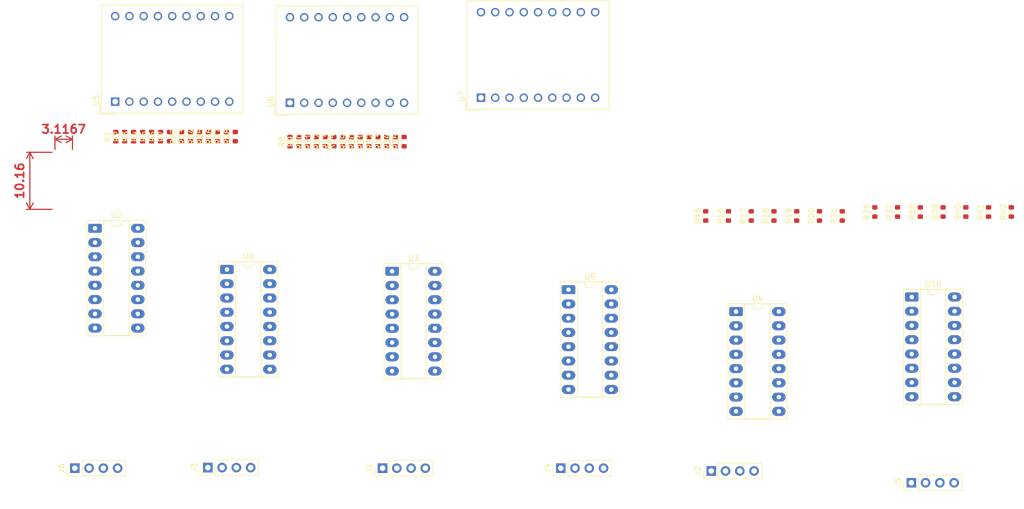
<source format=kicad_pcb>
(kicad_pcb (version 20241229) (generator "pcbnew") (generator_version "9.0")
  (layers (0 "F.Cu" signal) (2 "B.Cu" signal) (13 "F.Paste" user) (15 "B.Paste" user) (5 "F.SilkS" user "F.Silkscreen") (7 "B.SilkS" user "B.Silkscreen") (1 "F.Mask" user) (3 "B.Mask" user) (25 "Edge.Cuts" user))
  (net 0 "")
  (net 1 "Net-(U5-DIG2_F)")
  (net 2 "Net-(U5-DIG2_A)")
  (net 3 "Net-(U5-DIG2_B)")
  (net 4 "Net-(U5-DIG2_E)")
  (net 5 "Net-(U5-DIG1_E)")
  (net 6 "Net-(U5-DIG1_F)")
  (net 7 "Net-(U5-DIG2_D)")
  (net 8 "Net-(U5-DIG1_A)")
  (net 9 "Net-(U5-DIG2_G)")
  (net 10 "Net-(U5-DIG1_D)")
  (net 11 "GND")
  (net 12 "Net-(U5-DIG1_C)")
  (net 14 "Net-(U5-DIG1_B)")
  (net 15 "Net-(U5-DIG1_G)")
  (net 16 "Net-(U5-DIG2_C)")
  (net 18 "Net-(U6-DIG2_D)")
  (net 19 "Net-(U6-DIG2_G)")
  (net 20 "Net-(U6-DIG1_A)")
  (net 21 "Net-(U6-DIG2_C)")
  (net 22 "Net-(U6-DIG2_B)")
  (net 23 "Net-(U6-DIG1_E)")
  (net 24 "Net-(U6-DIG1_B)")
  (net 26 "Net-(U6-DIG2_A)")
  (net 27 "Net-(U6-DIG1_F)")
  (net 28 "Net-(U6-DIG1_G)")
  (net 30 "Net-(U6-DIG1_C)")
  (net 31 "Net-(U6-DIG2_E)")
  (net 32 "Net-(U6-DIG2_F)")
  (net 33 "Net-(U6-DIG1_D)")
  (net 34 "Net-(U7-DIG1_B)")
  (net 35 "Net-(U7-DIG2_G)")
  (net 36 "Net-(U7-DIG1_D)")
  (net 37 "Net-(U7-DIG2_E)")
  (net 38 "Net-(U7-DIG2_A)")
  (net 39 "Net-(U7-DIG2_F)")
  (net 40 "Net-(U7-DIG1_F)")
  (net 41 "Net-(U7-DIG1_E)")
  (net 42 "Net-(U7-DIG1_G)")
  (net 43 "Net-(U7-DIG2_B)")
  (net 44 "Net-(U7-DIG2_D)")
  (net 45 "Net-(U7-DIG1_C)")
  (net 48 "Net-(U7-DIG1_A)")
  (net 49 "Net-(U7-DIG2_C)")
  (net 50 "/7Seg_6Digits/Seven_Segment_View/10M_D3")
  (net 51 "/7Seg_6Digits/Seven_Segment_View/10M_D0")
  (net 52 "/7Seg_6Digits/Seven_Segment_View/10M_D2")
  (net 53 "/7Seg_6Digits/Seven_Segment_View/10M_D1")
  (net 54 "/7Seg_6Digits/Seven_Segment_View/10S_D1")
  (net 55 "/7Seg_6Digits/Seven_Segment_View/10S_D0")
  (net 56 "/7Seg_6Digits/Seven_Segment_View/10S_D2")
  (net 57 "/7Seg_6Digits/Seven_Segment_View/10S_D3")
  (net 58 "/7Seg_6Digits/Seven_Segment_View/1H_D2")
  (net 59 "/7Seg_6Digits/Seven_Segment_View/1H_D0")
  (net 60 "/7Seg_6Digits/Seven_Segment_View/1H_D1")
  (net 61 "/7Seg_6Digits/Seven_Segment_View/1H_D3")
  (net 62 "/7Seg_6Digits/Seven_Segment_View/1M_D0")
  (net 63 "/7Seg_6Digits/Seven_Segment_View/1M_D1")
  (net 64 "/7Seg_6Digits/Seven_Segment_View/1M_D3")
  (net 65 "/7Seg_6Digits/Seven_Segment_View/1M_D2")
  (net 66 "/7Seg_6Digits/Seven_Segment_View/1S_D0")
  (net 67 "/7Seg_6Digits/Seven_Segment_View/1S_D2")
  (net 68 "/7Seg_6Digits/Seven_Segment_View/1S_D3")
  (net 69 "/7Seg_6Digits/Seven_Segment_View/1S_D1")
  (net 70 "/7Seg_6Digits/Seven_Segment_View/10H_D0")
  (net 71 "/7Seg_6Digits/Seven_Segment_View/10H_D1")
  (net 72 "/7Seg_6Digits/Seven_Segment_View/10H_D3")
  (net 73 "/7Seg_6Digits/Seven_Segment_View/10H_D2")
  (net 74 "Net-(U2-Qa)")
  (net 75 "Net-(U2-Qb)")
  (net 76 "Net-(U2-Qc)")
  (net 77 "Net-(U2-Qd)")
  (net 78 "Net-(U2-Qe)")
  (net 79 "Net-(U2-Qf)")
  (net 80 "Net-(U2-Qg)")
  (net 81 "Net-(U3-Qa)")
  (net 82 "Net-(U3-Qb)")
  (net 83 "Net-(U3-Qc)")
  (net 84 "Net-(U3-Qd)")
  (net 85 "Net-(U3-Qe)")
  (net 86 "Net-(U3-Qf)")
  (net 87 "Net-(U3-Qg)")
  (net 88 "Net-(U4-Qa)")
  (net 89 "Net-(U4-Qb)")
  (net 90 "Net-(U4-Qc)")
  (net 91 "Net-(U4-Qd)")
  (net 92 "Net-(U4-Qe)")
  (net 93 "Net-(U4-Qf)")
  (net 94 "Net-(U4-Qg)")
  (net 95 "Net-(U8-Qa)")
  (net 96 "Net-(U8-Qb)")
  (net 97 "Net-(U8-Qc)")
  (net 98 "Net-(U8-Qd)")
  (net 99 "Net-(U8-Qe)")
  (net 100 "Net-(U8-Qf)")
  (net 101 "Net-(U8-Qg)")
  (net 102 "Net-(U9-Qa)")
  (net 103 "Net-(U9-Qb)")
  (net 104 "Net-(U9-Qc)")
  (net 105 "Net-(U9-Qd)")
  (net 106 "Net-(U9-Qe)")
  (net 107 "Net-(U9-Qf)")
  (net 108 "Net-(U9-Qg)")
  (net 109 "Net-(U10-Qa)")
  (net 110 "Net-(U10-Qb)")
  (net 111 "Net-(U10-Qc)")
  (net 112 "Net-(U10-Qd)")
  (net 113 "Net-(U10-Qe)")
  (net 114 "Net-(U10-Qf)")
  (net 115 "Net-(U10-Qg)")
  (net 116 "+5V")
  (footprint "Resistor_SMD:R_0603_1608Metric" (layer "F.Cu") (at 109.694445 60.725 90)
    (property "Reference" "R23" (at 0 -1.43 90) (layer "F.SilkS"))
    (property "Value" "220")
    (pad "1" smd roundrect (at -0.825 0 90) (size 0.8 0.95) (layers "F.Cu" "F.Mask" "F.Paste") (net 96 "Net-(U8-Qb)"))
    (pad "2" smd roundrect (at 0.825 0 90) (size 0.8 0.95) (layers "F.Cu" "F.Mask" "F.Paste") (net 3 "Net-(U5-DIG2_B)"))
  )
  (footprint "Resistor_SMD:R_0603_1608Metric" (layer "F.Cu") (at 99.566667 60.725 90)
    (property "Reference" "R3" (at 0 -1.43 90) (layer "F.SilkS"))
    (property "Value" "220")
    (pad "1" smd roundrect (at -0.825 0 90) (size 0.8 0.95) (layers "F.Cu" "F.Mask" "F.Paste") (net 76 "Net-(U2-Qc)"))
    (pad "2" smd roundrect (at 0.825 0 90) (size 0.8 0.95) (layers "F.Cu" "F.Mask" "F.Paste") (net 12 "Net-(U5-DIG1_C)"))
  )
  (footprint "Resistor_SMD:R_0603_1608Metric" (layer "F.Cu") (at 135.215385 61.625 90)
    (property "Reference" "R13" (at 0 -1.43 90) (layer "F.SilkS"))
    (property "Value" "220")
    (pad "1" smd roundrect (at -0.825 0 90) (size 0.8 0.95) (layers "F.Cu" "F.Mask" "F.Paste") (net 86 "Net-(U3-Qf)"))
    (pad "2" smd roundrect (at 0.825 0 90) (size 0.8 0.95) (layers "F.Cu" "F.Mask" "F.Paste") (net 27 "Net-(U6-DIG1_F)"))
  )
  (footprint "Resistor_SMD:R_0603_1608Metric" (layer "F.Cu") (at 239.6 74.16 90)
    (property "Reference" "R38" (at 0 -1.43 90) (layer "F.SilkS"))
    (property "Value" "220")
    (pad "1" smd roundrect (at -0.825 0 90) (size 0.8 0.95) (layers "F.Cu" "F.Mask" "F.Paste") (net 111 "Net-(U10-Qc)"))
    (pad "2" smd roundrect (at 0.825 0 90) (size 0.8 0.95) (layers "F.Cu" "F.Mask" "F.Paste") (net 49 "Net-(U7-DIG2_C)"))
  )
  (footprint "Resistor_SMD:R_0603_1608Metric" (layer "F.Cu") (at 144.593846 61.625 90)
    (property "Reference" "R33" (at 0 -1.43 90) (layer "F.SilkS"))
    (property "Value" "220")
    (pad "1" smd roundrect (at -0.825 0 90) (size 0.8 0.95) (layers "F.Cu" "F.Mask" "F.Paste") (net 106 "Net-(U9-Qe)"))
    (pad "2" smd roundrect (at 0.825 0 90) (size 0.8 0.95) (layers "F.Cu" "F.Mask" "F.Paste") (net 31 "Net-(U6-DIG2_E)"))
  )
  (footprint "Resistor_SMD:R_0603_1608Metric" (layer "F.Cu") (at 146.156923 61.625 90)
    (property "Reference" "R34" (at 0 -1.43 90) (layer "F.SilkS"))
    (property "Value" "220")
    (pad "1" smd roundrect (at -0.825 0 90) (size 0.8 0.95) (layers "F.Cu" "F.Mask" "F.Paste") (net 107 "Net-(U9-Qf)"))
    (pad "2" smd roundrect (at 0.825 0 90) (size 0.8 0.95) (layers "F.Cu" "F.Mask" "F.Paste") (net 32 "Net-(U6-DIG2_F)"))
  )
  (footprint "Resistor_SMD:R_0603_1608Metric" (layer "F.Cu") (at 255.8 74.16 90)
    (property "Reference" "R42" (at 0 -1.43 90) (layer "F.SilkS"))
    (property "Value" "220")
    (pad "1" smd roundrect (at -0.825 0 90) (size 0.8 0.95) (layers "F.Cu" "F.Mask" "F.Paste") (net 115 "Net-(U10-Qg)"))
    (pad "2" smd roundrect (at 0.825 0 90) (size 0.8 0.95) (layers "F.Cu" "F.Mask" "F.Paste") (net 35 "Net-(U7-DIG2_G)"))
  )
  (footprint "Resistor_SMD:R_0603_1608Metric" (layer "F.Cu") (at 117.666667 60.725 90)
    (property "Reference" "R28" (at 0 -1.43 90) (layer "F.SilkS"))
    (property "Value" "220")
    (pad "1" smd roundrect (at -0.825 0 90) (size 0.8 0.95) (layers "F.Cu" "F.Mask" "F.Paste") (net 101 "Net-(U8-Qg)"))
    (pad "2" smd roundrect (at 0.825 0 90) (size 0.8 0.95) (layers "F.Cu" "F.Mask" "F.Paste") (net 9 "Net-(U5-DIG2_G)"))
  )
  (footprint "Resistor_SMD:R_0603_1608Metric" (layer "F.Cu") (at 213.55 74.86 90)
    (property "Reference" "R18" (at 0 -1.43 90) (layer "F.SilkS"))
    (property "Value" "220")
    (pad "1" smd roundrect (at -0.825 0 90) (size 0.8 0.95) (layers "F.Cu" "F.Mask" "F.Paste") (net 91 "Net-(U4-Qd)"))
    (pad "2" smd roundrect (at 0.825 0 90) (size 0.8 0.95) (layers "F.Cu" "F.Mask" "F.Paste") (net 36 "Net-(U7-DIG1_D)"))
  )
  (footprint "Connector_PinHeader_2.54mm:PinHeader_1x04_P2.54mm_Vertical" (layer "F.Cu") (at 238 122.4 90)
    (property "Reference" "J5" (at 0 -2.38 90) (layer "F.SilkS"))
    (property "Value" "Conn_01x04")
    (pad "1" thru_hole rect (at 0 0 90) (size 1.7 1.7) (drill 1) (layers "*.Cu" "*.Mask") (net 66 "/7Seg_6Digits/Seven_Segment_View/1S_D0"))
    (pad "2" thru_hole circle (at 0 2.54 90) (size 1.7 1.7) (drill 1) (layers "*.Cu" "*.Mask") (net 69 "/7Seg_6Digits/Seven_Segment_View/1S_D1"))
    (pad "3" thru_hole circle (at 0 5.08 90) (size 1.7 1.7) (drill 1) (layers "*.Cu" "*.Mask") (net 67 "/7Seg_6Digits/Seven_Segment_View/1S_D2"))
    (pad "4" thru_hole circle (at 0 7.62 90) (size 1.7 1.7) (drill 1) (layers "*.Cu" "*.Mask") (net 68 "/7Seg_6Digits/Seven_Segment_View/1S_D3"))
  )
  (footprint "Resistor_SMD:R_0603_1608Metric" (layer "F.Cu") (at 141.467692 61.625 90)
    (property "Reference" "R31" (at 0 -1.43 90) (layer "F.SilkS"))
    (property "Value" "220")
    (pad "1" smd roundrect (at -0.825 0 90) (size 0.8 0.95) (layers "F.Cu" "F.Mask" "F.Paste") (net 104 "Net-(U9-Qc)"))
    (pad "2" smd roundrect (at 0.825 0 90) (size 0.8 0.95) (layers "F.Cu" "F.Mask" "F.Paste") (net 21 "Net-(U6-DIG2_C)"))
  )
  (footprint "Resistor_SMD:R_0603_1608Metric" (layer "F.Cu") (at 138.341538 61.625 90)
    (property "Reference" "R29" (at 0 -1.43 90) (layer "F.SilkS"))
    (property "Value" "220")
    (pad "1" smd roundrect (at -0.825 0 90) (size 0.8 0.95) (layers "F.Cu" "F.Mask" "F.Paste") (net 102 "Net-(U9-Qa)"))
    (pad "2" smd roundrect (at 0.825 0 90) (size 0.8 0.95) (layers "F.Cu" "F.Mask" "F.Paste") (net 26 "Net-(U6-DIG2_A)"))
  )
  (footprint "Resistor_SMD:R_0603_1608Metric" (layer "F.Cu") (at 139.904615 61.625 90)
    (property "Reference" "R30" (at 0 -1.43 90) (layer "F.SilkS"))
    (property "Value" "220")
    (pad "1" smd roundrect (at -0.825 0 90) (size 0.8 0.95) (layers "F.Cu" "F.Mask" "F.Paste") (net 103 "Net-(U9-Qb)"))
    (pad "2" smd roundrect (at 0.825 0 90) (size 0.8 0.95) (layers "F.Cu" "F.Mask" "F.Paste") (net 22 "Net-(U6-DIG2_B)"))
  )
  (footprint "Resistor_SMD:R_0603_1608Metric" (layer "F.Cu") (at 209.5 74.86 90)
    (property "Reference" "R17" (at 0 -1.43 90) (layer "F.SilkS"))
    (property "Value" "220")
    (pad "1" smd roundrect (at -0.825 0 90) (size 0.8 0.95) (layers "F.Cu" "F.Mask" "F.Paste") (net 90 "Net-(U4-Qc)"))
    (pad "2" smd roundrect (at 0.825 0 90) (size 0.8 0.95) (layers "F.Cu" "F.Mask" "F.Paste") (net 45 "Net-(U7-DIG1_C)"))
  )
  (footprint "Connector_PinHeader_2.54mm:PinHeader_1x04_P2.54mm_Vertical" (layer "F.Cu") (at 89.1 119.8 90)
    (property "Reference" "J6" (at 0 -2.38 90) (layer "F.SilkS"))
    (property "Value" "Conn_01x04")
    (pad "1" thru_hole rect (at 0 0 90) (size 1.7 1.7) (drill 1) (layers "*.Cu" "*.Mask") (net 70 "/7Seg_6Digits/Seven_Segment_View/10H_D0"))
    (pad "2" thru_hole circle (at 0 2.54 90) (size 1.7 1.7) (drill 1) (layers "*.Cu" "*.Mask") (net 71 "/7Seg_6Digits/Seven_Segment_View/10H_D1"))
    (pad "3" thru_hole circle (at 0 5.08 90) (size 1.7 1.7) (drill 1) (layers "*.Cu" "*.Mask") (net 73 "/7Seg_6Digits/Seven_Segment_View/10H_D2"))
    (pad "4" thru_hole circle (at 0 7.62 90) (size 1.7 1.7) (drill 1) (layers "*.Cu" "*.Mask") (net 72 "/7Seg_6Digits/Seven_Segment_View/10H_D3"))
  )
  (footprint "Resistor_SMD:R_0603_1608Metric" (layer "F.Cu") (at 96.4 60.725 90)
    (property "Reference" "R1" (at 0 -1.43 90) (layer "F.SilkS"))
    (property "Value" "220")
    (pad "1" smd roundrect (at -0.825 0 90) (size 0.8 0.95) (layers "F.Cu" "F.Mask" "F.Paste") (net 74 "Net-(U2-Qa)"))
    (pad "2" smd roundrect (at 0.825 0 90) (size 0.8 0.95) (layers "F.Cu" "F.Mask" "F.Paste") (net 8 "Net-(U5-DIG1_A)"))
  )
  (footprint "Resistor_SMD:R_0603_1608Metric" (layer "F.Cu") (at 102.766667 60.725 90)
    (property "Reference" "R5" (at 0 -1.43 90) (layer "F.SilkS"))
    (property "Value" "220")
    (pad "1" smd roundrect (at -0.825 0 90) (size 0.8 0.95) (layers "F.Cu" "F.Mask" "F.Paste") (net 78 "Net-(U2-Qe)"))
    (pad "2" smd roundrect (at 0.825 0 90) (size 0.8 0.95) (layers "F.Cu" "F.Mask" "F.Paste") (net 5 "Net-(U5-DIG1_E)"))
  )
  (footprint "Resistor_SMD:R_0603_1608Metric" (layer "F.Cu") (at 133.652308 61.625 90)
    (property "Reference" "R12" (at 0 -1.43 90) (layer "F.SilkS"))
    (property "Value" "220")
    (pad "1" smd roundrect (at -0.825 0 90) (size 0.8 0.95) (layers "F.Cu" "F.Mask" "F.Paste") (net 85 "Net-(U3-Qe)"))
    (pad "2" smd roundrect (at 0.825 0 90) (size 0.8 0.95) (layers "F.Cu" "F.Mask" "F.Paste") (net 23 "Net-(U6-DIG1_E)"))
  )
  (footprint "Resistor_SMD:R_0603_1608Metric" (layer "F.Cu") (at 101.166667 60.725 90)
    (property "Reference" "R4" (at 0 -1.43 90) (layer "F.SilkS"))
    (property "Value" "220")
    (pad "1" smd roundrect (at -0.825 0 90) (size 0.8 0.95) (layers "F.Cu" "F.Mask" "F.Paste") (net 77 "Net-(U2-Qd)"))
    (pad "2" smd roundrect (at 0.825 0 90) (size 0.8 0.95) (layers "F.Cu" "F.Mask" "F.Paste") (net 10 "Net-(U5-DIG1_D)"))
  )
  (footprint "Resistor_SMD:R_0603_1608Metric" (layer "F.Cu") (at 235.55 74.16 90)
    (property "Reference" "R37" (at 0 -1.43 90) (layer "F.SilkS"))
    (property "Value" "220")
    (pad "1" smd roundrect (at -0.825 0 90) (size 0.8 0.95) (layers "F.Cu" "F.Mask" "F.Paste") (net 110 "Net-(U10-Qb)"))
    (pad "2" smd roundrect (at 0.825 0 90) (size 0.8 0.95) (layers "F.Cu" "F.Mask" "F.Paste") (net 43 "Net-(U7-DIG2_B)"))
  )
  (footprint "Resistor_SMD:R_0603_1608Metric" (layer "F.Cu") (at 147.72 61.625 90)
    (property "Reference" "R35" (at 0 -1.43 90) (layer "F.SilkS"))
    (property "Value" "220")
    (pad "1" smd roundrect (at -0.825 0 90) (size 0.8 0.95) (layers "F.Cu" "F.Mask" "F.Paste") (net 108 "Net-(U9-Qg)"))
    (pad "2" smd roundrect (at 0.825 0 90) (size 0.8 0.95) (layers "F.Cu" "F.Mask" "F.Paste") (net 19 "Net-(U6-DIG2_G)"))
  )
  (footprint "Package_DIP:DIP-16_W7.62mm_Socket_LongPads" (layer "F.Cu") (at 92.7 77.06)
    (property "Reference" "U2" (at 3.81 -2.33 0) (layer "F.SilkS"))
    (property "Value" "4543")
    (pad "1" thru_hole roundrect (at 0 0) (size 2.4 1.6) (drill 0.8) (layers "*.Cu" "*.Mask") (roundrect_rratio 0.15625) (net 116 "+5V"))
    (pad "2" thru_hole oval (at 0 2.54) (size 2.4 1.6) (drill 0.8) (layers "*.Cu" "*.Mask") (net 73 "/7Seg_6Digits/Seven_Segment_View/10H_D2"))
    (pad "3" thru_hole oval (at 0 5.08) (size 2.4 1.6) (drill 0.8) (layers "*.Cu" "*.Mask") (net 71 "/7Seg_6Digits/Seven_Segment_View/10H_D1"))
    (pad "4" thru_hole oval (at 0 7.62) (size 2.4 1.6) (drill 0.8) (layers "*.Cu" "*.Mask") (net 72 "/7Seg_6Digits/Seven_Segment_View/10H_D3"))
    (pad "5" thru_hole oval (at 0 10.16) (size 2.4 1.6) (drill 0.8) (layers "*.Cu" "*.Mask") (net 70 "/7Seg_6Digits/Seven_Segment_View/10H_D0"))
    (pad "6" thru_hole oval (at 0 12.7) (size 2.4 1.6) (drill 0.8) (layers "*.Cu" "*.Mask") (net 11 "GND"))
    (pad "7" thru_hole oval (at 0 15.24) (size 2.4 1.6) (drill 0.8) (layers "*.Cu" "*.Mask") (net 11 "GND"))
    (pad "8" thru_hole oval (at 0 17.78) (size 2.4 1.6) (drill 0.8) (layers "*.Cu" "*.Mask") (net 11 "GND"))
    (pad "9" thru_hole oval (at 7.62 17.78) (size 2.4 1.6) (drill 0.8) (layers "*.Cu" "*.Mask") (net 74 "Net-(U2-Qa)"))
    (pad "10" thru_hole oval (at 7.62 15.24) (size 2.4 1.6) (drill 0.8) (layers "*.Cu" "*.Mask") (net 75 "Net-(U2-Qb)"))
    (pad "11" thru_hole oval (at 7.62 12.7) (size 2.4 1.6) (drill 0.8) (layers "*.Cu" "*.Mask") (net 76 "Net-(U2-Qc)"))
    (pad "12" thru_hole oval (at 7.62 10.16) (size 2.4 1.6) (drill 0.8) (layers "*.Cu" "*.Mask") (net 77 "Net-(U2-Qd)"))
    (pad "13" thru_hole oval (at 7.62 7.62) (size 2.4 1.6) (drill 0.8) (layers "*.Cu" "*.Mask") (net 78 "Net-(U2-Qe)"))
    (pad "14" thru_hole oval (at 7.62 5.08) (size 2.4 1.6) (drill 0.8) (layers "*.Cu" "*.Mask") (net 80 "Net-(U2-Qg)"))
    (pad "15" thru_hole oval (at 7.62 2.54) (size 2.4 1.6) (drill 0.8) (layers "*.Cu" "*.Mask") (net 79 "Net-(U2-Qf)"))
    (pad "16" thru_hole oval (at 7.62 0) (size 2.4 1.6) (drill 0.8) (layers "*.Cu" "*.Mask") (net 116 "+5V"))
  )
  (footprint "Resistor_SMD:R_0603_1608Metric" (layer "F.Cu") (at 104.366667 60.725 90)
    (property "Reference" "R6" (at 0 -1.43 90) (layer "F.SilkS"))
    (property "Value" "220")
    (pad "1" smd roundrect (at -0.825 0 90) (size 0.8 0.95) (layers "F.Cu" "F.Mask" "F.Paste") (net 79 "Net-(U2-Qf)"))
    (pad "2" smd roundrect (at 0.825 0 90) (size 0.8 0.95) (layers "F.Cu" "F.Mask" "F.Paste") (net 6 "Net-(U5-DIG1_F)"))
  )
  (footprint "Resistor_SMD:R_0603_1608Metric" (layer "F.Cu") (at 225.7 74.86 90)
    (property "Reference" "R21" (at 0 -1.43 90) (layer "F.SilkS"))
    (property "Value" "220")
    (pad "1" smd roundrect (at -0.825 0 90) (size 0.8 0.95) (layers "F.Cu" "F.Mask" "F.Paste") (net 94 "Net-(U4-Qg)"))
    (pad "2" smd roundrect (at 0.825 0 90) (size 0.8 0.95) (layers "F.Cu" "F.Mask" "F.Paste") (net 42 "Net-(U7-DIG1_G)"))
  )
  (footprint "Resistor_SMD:R_0603_1608Metric" (layer "F.Cu") (at 108.1 60.725 90)
    (property "Reference" "R22" (at 0 -1.43 90) (layer "F.SilkS"))
    (property "Value" "220")
    (pad "1" smd roundrect (at -0.825 0 90) (size 0.8 0.95) (layers "F.Cu" "F.Mask" "F.Paste") (net 95 "Net-(U8-Qa)"))
    (pad "2" smd roundrect (at 0.825 0 90) (size 0.8 0.95) (layers "F.Cu" "F.Mask" "F.Paste") (net 2 "Net-(U5-DIG2_A)"))
  )
  (footprint "Display_7Segment:DA56-11CGKWA" (layer "F.Cu") (at 127.4 54.7 90)
    (property "Reference" "U6" (at 0.24 -3.41 90) (layer "F.SilkS"))
    (property "Value" "DA56-11SURKWA")
    (pad "1" thru_hole rect (at 0 0 90) (size 1.5 1.5) (drill 1) (layers "*.Cu" "*.Mask") (net 23 "Net-(U6-DIG1_E)"))
    (pad "2" thru_hole circle (at 0 2.54 90) (size 1.5 1.5) (drill 1) (layers "*.Cu" "*.Mask") (net 33 "Net-(U6-DIG1_D)"))
    (pad "3" thru_hole circle (at 0 5.08 90) (size 1.5 1.5) (drill 1) (layers "*.Cu" "*.Mask") (net 30 "Net-(U6-DIG1_C)"))
    (pad "4" thru_hole circle (at 0 7.62 90) (size 1.5 1.5) (drill 1) (layers "*.Cu" "*.Mask"))
    (pad "5" thru_hole circle (at 0 10.16 90) (size 1.5 1.5) (drill 1) (layers "*.Cu" "*.Mask") (net 31 "Net-(U6-DIG2_E)"))
    (pad "6" thru_hole circle (at 0 12.7 90) (size 1.5 1.5) (drill 1) (layers "*.Cu" "*.Mask") (net 18 "Net-(U6-DIG2_D)"))
    (pad "7" thru_hole circle (at 0 15.24 90) (size 1.5 1.5) (drill 1) (layers "*.Cu" "*.Mask") (net 19 "Net-(U6-DIG2_G)"))
    (pad "8" thru_hole circle (at 0 17.78 90) (size 1.5 1.5) (drill 1) (layers "*.Cu" "*.Mask") (net 21 "Net-(U6-DIG2_C)"))
    (pad "9" thru_hole circle (at 0 20.32 90) (size 1.5 1.5) (drill 1) (layers "*.Cu" "*.Mask"))
    (pad "10" thru_hole circle (at 15.24 20.32 90) (size 1.5 1.5) (drill 1) (layers "*.Cu" "*.Mask") (net 22 "Net-(U6-DIG2_B)"))
    (pad "11" thru_hole circle (at 15.24 17.78 90) (size 1.5 1.5) (drill 1) (layers "*.Cu" "*.Mask") (net 26 "Net-(U6-DIG2_A)"))
    (pad "12" thru_hole circle (at 15.24 15.24 90) (size 1.5 1.5) (drill 1) (layers "*.Cu" "*.Mask") (net 32 "Net-(U6-DIG2_F)"))
    (pad "13" thru_hole circle (at 15.24 12.7 90) (size 1.5 1.5) (drill 1) (layers "*.Cu" "*.Mask") (net 11 "GND"))
    (pad "14" thru_hole circle (at 15.24 10.16 90) (size 1.5 1.5) (drill 1) (layers "*.Cu" "*.Mask") (net 11 "GND"))
    (pad "15" thru_hole circle (at 15.24 7.62 90) (size 1.5 1.5) (drill 1) (layers "*.Cu" "*.Mask") (net 24 "Net-(U6-DIG1_B)"))
    (pad "16" thru_hole circle (at 15.24 5.08 90) (size 1.5 1.5) (drill 1) (layers "*.Cu" "*.Mask") (net 20 "Net-(U6-DIG1_A)"))
    (pad "17" thru_hole circle (at 15.24 2.54 90) (size 1.5 1.5) (drill 1) (layers "*.Cu" "*.Mask") (net 28 "Net-(U6-DIG1_G)"))
    (pad "18" thru_hole circle (at 15.24 0 90) (size 1.5 1.5) (drill 1) (layers "*.Cu" "*.Mask") (net 27 "Net-(U6-DIG1_F)"))
  )
  (footprint "Display_7Segment:DA56-11CGKWA" (layer "F.Cu") (at 96.28 54.5 90)
    (property "Reference" "U5" (at 0.24 -3.41 90) (layer "F.SilkS"))
    (property "Value" "DA56-11SURKWA")
    (pad "1" thru_hole rect (at 0 0 90) (size 1.5 1.5) (drill 1) (layers "*.Cu" "*.Mask") (net 5 "Net-(U5-DIG1_E)"))
    (pad "2" thru_hole circle (at 0 2.54 90) (size 1.5 1.5) (drill 1) (layers "*.Cu" "*.Mask") (net 10 "Net-(U5-DIG1_D)"))
    (pad "3" thru_hole circle (at 0 5.08 90) (size 1.5 1.5) (drill 1) (layers "*.Cu" "*.Mask") (net 12 "Net-(U5-DIG1_C)"))
    (pad "4" thru_hole circle (at 0 7.62 90) (size 1.5 1.5) (drill 1) (layers "*.Cu" "*.Mask"))
    (pad "5" thru_hole circle (at 0 10.16 90) (size 1.5 1.5) (drill 1) (layers "*.Cu" "*.Mask") (net 4 "Net-(U5-DIG2_E)"))
    (pad "6" thru_hole circle (at 0 12.7 90) (size 1.5 1.5) (drill 1) (layers "*.Cu" "*.Mask") (net 7 "Net-(U5-DIG2_D)"))
    (pad "7" thru_hole circle (at 0 15.24 90) (size 1.5 1.5) (drill 1) (layers "*.Cu" "*.Mask") (net 9 "Net-(U5-DIG2_G)"))
    (pad "8" thru_hole circle (at 0 17.78 90) (size 1.5 1.5) (drill 1) (layers "*.Cu" "*.Mask") (net 16 "Net-(U5-DIG2_C)"))
    (pad "9" thru_hole circle (at 0 20.32 90) (size 1.5 1.5) (drill 1) (layers "*.Cu" "*.Mask"))
    (pad "10" thru_hole circle (at 15.24 20.32 90) (size 1.5 1.5) (drill 1) (layers "*.Cu" "*.Mask") (net 3 "Net-(U5-DIG2_B)"))
    (pad "11" thru_hole circle (at 15.24 17.78 90) (size 1.5 1.5) (drill 1) (layers "*.Cu" "*.Mask") (net 2 "Net-(U5-DIG2_A)"))
    (pad "12" thru_hole circle (at 15.24 15.24 90) (size 1.5 1.5) (drill 1) (layers "*.Cu" "*.Mask") (net 1 "Net-(U5-DIG2_F)"))
    (pad "13" thru_hole circle (at 15.24 12.7 90) (size 1.5 1.5) (drill 1) (layers "*.Cu" "*.Mask") (net 11 "GND"))
    (pad "14" thru_hole circle (at 15.24 10.16 90) (size 1.5 1.5) (drill 1) (layers "*.Cu" "*.Mask") (net 11 "GND"))
    (pad "15" thru_hole circle (at 15.24 7.62 90) (size 1.5 1.5) (drill 1) (layers "*.Cu" "*.Mask") (net 14 "Net-(U5-DIG1_B)"))
    (pad "16" thru_hole circle (at 15.24 5.08 90) (size 1.5 1.5) (drill 1) (layers "*.Cu" "*.Mask") (net 8 "Net-(U5-DIG1_A)"))
    (pad "17" thru_hole circle (at 15.24 2.54 90) (size 1.5 1.5) (drill 1) (layers "*.Cu" "*.Mask") (net 15 "Net-(U5-DIG1_G)"))
    (pad "18" thru_hole circle (at 15.24 0 90) (size 1.5 1.5) (drill 1) (layers "*.Cu" "*.Mask") (net 6 "Net-(U5-DIG1_F)"))
  )
  (footprint "Resistor_SMD:R_0603_1608Metric" (layer "F.Cu") (at 105.966667 60.725 90)
    (property "Reference" "R7" (at 0 -1.43 90) (layer "F.SilkS"))
    (property "Value" "220")
    (pad "1" smd roundrect (at -0.825 0 90) (size 0.8 0.95) (layers "F.Cu" "F.Mask" "F.Paste") (net 80 "Net-(U2-Qg)"))
    (pad "2" smd roundrect (at 0.825 0 90) (size 0.8 0.95) (layers "F.Cu" "F.Mask" "F.Paste") (net 15 "Net-(U5-DIG1_G)"))
  )
  (footprint "Connector_PinHeader_2.54mm:PinHeader_1x04_P2.54mm_Vertical" (layer "F.Cu") (at 112.78 119.7 90)
    (property "Reference" "J3" (at 0 -2.38 90) (layer "F.SilkS"))
    (property "Value" "Conn_01x04")
    (pad "1" thru_hole rect (at 0 0 90) (size 1.7 1.7) (drill 1) (layers "*.Cu" "*.Mask") (net 59 "/7Seg_6Digits/Seven_Segment_View/1H_D0"))
    (pad "2" thru_hole circle (at 0 2.54 90) (size 1.7 1.7) (drill 1) (layers "*.Cu" "*.Mask") (net 60 "/7Seg_6Digits/Seven_Segment_View/1H_D1"))
    (pad "3" thru_hole circle (at 0 5.08 90) (size 1.7 1.7) (drill 1) (layers "*.Cu" "*.Mask") (net 58 "/7Seg_6Digits/Seven_Segment_View/1H_D2"))
    (pad "4" thru_hole circle (at 0 7.62 90) (size 1.7 1.7) (drill 1) (layers "*.Cu" "*.Mask") (net 61 "/7Seg_6Digits/Seven_Segment_View/1H_D3"))
  )
  (footprint "Resistor_SMD:R_0603_1608Metric" (layer "F.Cu") (at 201.4 74.86 90)
    (property "Reference" "R15" (at 0 -1.43 90) (layer "F.SilkS"))
    (property "Value" "220")
    (pad "1" smd roundrect (at -0.825 0 90) (size 0.8 0.95) (layers "F.Cu" "F.Mask" "F.Paste") (net 88 "Net-(U4-Qa)"))
    (pad "2" smd roundrect (at 0.825 0 90) (size 0.8 0.95) (layers "F.Cu" "F.Mask" "F.Paste") (net 48 "Net-(U7-DIG1_A)"))
  )
  (footprint "Resistor_SMD:R_0603_1608Metric" (layer "F.Cu") (at 112.883334 60.725 90)
    (property "Reference" "R25" (at 0 -1.43 90) (layer "F.SilkS"))
    (property "Value" "220")
    (pad "1" smd roundrect (at -0.825 0 90) (size 0.8 0.95) (layers "F.Cu" "F.Mask" "F.Paste") (net 98 "Net-(U8-Qd)"))
    (pad "2" smd roundrect (at 0.825 0 90) (size 0.8 0.95) (layers "F.Cu" "F.Mask" "F.Paste") (net 7 "Net-(U5-DIG2_D)"))
  )
  (footprint "Resistor_SMD:R_0603_1608Metric" (layer "F.Cu") (at 111.288889 60.725 90)
    (property "Reference" "R24" (at 0 -1.43 90) (layer "F.SilkS"))
    (property "Value" "220")
    (pad "1" smd roundrect (at -0.825 0 90) (size 0.8 0.95) (layers "F.Cu" "F.Mask" "F.Paste") (net 97 "Net-(U8-Qc)"))
    (pad "2" smd roundrect (at 0.825 0 90) (size 0.8 0.95) (layers "F.Cu" "F.Mask" "F.Paste") (net 16 "Net-(U5-DIG2_C)"))
  )
  (footprint "Resistor_SMD:R_0603_1608Metric" (layer "F.Cu") (at 97.966667 60.725 90)
    (property "Reference" "R2" (at 0 -1.43 90) (layer "F.SilkS"))
    (property "Value" "220")
    (pad "1" smd roundrect (at -0.825 0 90) (size 0.8 0.95) (layers "F.Cu" "F.Mask" "F.Paste") (net 75 "Net-(U2-Qb)"))
    (pad "2" smd roundrect (at 0.825 0 90) (size 0.8 0.95) (layers "F.Cu" "F.Mask" "F.Paste") (net 14 "Net-(U5-DIG1_B)"))
  )
  (footprint "Package_DIP:DIP-16_W7.62mm_Socket_LongPads" (layer "F.Cu") (at 238.08 89.3)
    (property "Reference" "U10" (at 3.81 -2.33 0) (layer "F.SilkS"))
    (property "Value" "4543")
    (pad "1" thru_hole roundrect (at 0 0) (size 2.4 1.6) (drill 0.8) (layers "*.Cu" "*.Mask") (roundrect_rratio 0.15625) (net 116 "+5V"))
    (pad "2" thru_hole oval (at 0 2.54) (size 2.4 1.6) (drill 0.8) (layers "*.Cu" "*.Mask") (net 67 "/7Seg_6Digits/Seven_Segment_View/1S_D2"))
    (pad "3" thru_hole oval (at 0 5.08) (size 2.4 1.6) (drill 0.8) (layers "*.Cu" "*.Mask") (net 69 "/7Seg_6Digits/Seven_Segment_View/1S_D1"))
    (pad "4" thru_hole oval (at 0 7.62) (size 2.4 1.6) (drill 0.8) (layers "*.Cu" "*.Mask") (net 68 "/7Seg_6Digits/Seven_Segment_View/1S_D3"))
    (pad "5" thru_hole oval (at 0 10.16) (size 2.4 1.6) (drill 0.8) (layers "*.Cu" "*.Mask") (net 66 "/7Seg_6Digits/Seven_Segment_View/1S_D0"))
    (pad "6" thru_hole oval (at 0 12.7) (size 2.4 1.6) (drill 0.8) (layers "*.Cu" "*.Mask") (net 11 "GND"))
    (pad "7" thru_hole oval (at 0 15.24) (size 2.4 1.6) (drill 0.8) (layers "*.Cu" "*.Mask") (net 11 "GND"))
    (pad "8" thru_hole oval (at 0 17.78) (size 2.4 1.6) (drill 0.8) (layers "*.Cu" "*.Mask") (net 11 "GND"))
    (pad "9" thru_hole oval (at 7.62 17.78) (size 2.4 1.6) (drill 0.8) (layers "*.Cu" "*.Mask") (net 109 "Net-(U10-Qa)"))
    (pad "10" thru_hole oval (at 7.62 15.24) (size 2.4 1.6) (drill 0.8) (layers "*.Cu" "*.Mask") (net 110 "Net-(U10-Qb)"))
    (pad "11" thru_hole oval (at 7.62 12.7) (size 2.4 1.6) (drill 0.8) (layers "*.Cu" "*.Mask") (net 111 "Net-(U10-Qc)"))
    (pad "12" thru_hole oval (at 7.62 10.16) (size 2.4 1.6) (drill 0.8) (layers "*.Cu" "*.Mask") (net 112 "Net-(U10-Qd)"))
    (pad "13" thru_hole oval (at 7.62 7.62) (size 2.4 1.6) (drill 0.8) (layers "*.Cu" "*.Mask") (net 113 "Net-(U10-Qe)"))
    (pad "14" thru_hole oval (at 7.62 5.08) (size 2.4 1.6) (drill 0.8) (layers "*.Cu" "*.Mask") (net 115 "Net-(U10-Qg)"))
    (pad "15" thru_hole oval (at 7.62 2.54) (size 2.4 1.6) (drill 0.8) (layers "*.Cu" "*.Mask") (net 114 "Net-(U10-Qf)"))
    (pad "16" thru_hole oval (at 7.62 0) (size 2.4 1.6) (drill 0.8) (layers "*.Cu" "*.Mask") (net 116 "+5V"))
  )
  (footprint "Resistor_SMD:R_0603_1608Metric" (layer "F.Cu") (at 114.477778 60.725 90)
    (property "Reference" "R26" (at 0 -1.43 90) (layer "F.SilkS"))
    (property "Value" "220")
    (pad "1" smd roundrect (at -0.825 0 90) (size 0.8 0.95) (layers "F.Cu" "F.Mask" "F.Paste") (net 99 "Net-(U8-Qe)"))
    (pad "2" smd roundrect (at 0.825 0 90) (size 0.8 0.95) (layers "F.Cu" "F.Mask" "F.Paste") (net 4 "Net-(U5-DIG2_E)"))
  )
  (footprint "Resistor_SMD:R_0603_1608Metric" (layer "F.Cu") (at 136.778462 61.625 90)
    (property "Reference" "R14" (at 0 -1.955 90) (layer "F.SilkS"))
    (property "Value" "220")
    (pad "1" smd roundrect (at -0.825 0 90) (size 0.8 0.95) (layers "F.Cu" "F.Mask" "F.Paste") (net 87 "Net-(U3-Qg)"))
    (pad "2" smd roundrect (at 0.825 0 90) (size 0.8 0.95) (layers "F.Cu" "F.Mask" "F.Paste") (net 28 "Net-(U6-DIG1_G)"))
  )
  (footprint "Connector_PinHeader_2.54mm:PinHeader_1x04_P2.54mm_Vertical" (layer "F.Cu") (at 175.6 119.8 90)
    (property "Reference" "J4" (at 0 -2.38 90) (layer "F.SilkS"))
    (property "Value" "Conn_01x04")
    (pad "1" thru_hole rect (at 0 0 90) (size 1.7 1.7) (drill 1) (layers "*.Cu" "*.Mask") (net 62 "/7Seg_6Digits/Seven_Segment_View/1M_D0"))
    (pad "2" thru_hole circle (at 0 2.54 90) (size 1.7 1.7) (drill 1) (layers "*.Cu" "*.Mask") (net 63 "/7Seg_6Digits/Seven_Segment_View/1M_D1"))
    (pad "3" thru_hole circle (at 0 5.08 90) (size 1.7 1.7) (drill 1) (layers "*.Cu" "*.Mask") (net 65 "/7Seg_6Digits/Seven_Segment_View/1M_D2"))
    (pad "4" thru_hole circle (at 0 7.62 90) (size 1.7 1.7) (drill 1) (layers "*.Cu" "*.Mask") (net 64 "/7Seg_6Digits/Seven_Segment_View/1M_D3"))
  )
  (footprint "Package_DIP:DIP-16_W7.62mm_Socket_LongPads" (layer "F.Cu") (at 145.58 84.72)
    (property "Reference" "U3" (at 3.81 -2.33 0) (layer "F.SilkS"))
    (property "Value" "4543")
    (pad "1" thru_hole roundrect (at 0 0) (size 2.4 1.6) (drill 0.8) (layers "*.Cu" "*.Mask") (roundrect_rratio 0.15625) (net 116 "+5V"))
    (pad "2" thru_hole oval (at 0 2.54) (size 2.4 1.6) (drill 0.8) (layers "*.Cu" "*.Mask") (net 52 "/7Seg_6Digits/Seven_Segment_View/10M_D2"))
    (pad "3" thru_hole oval (at 0 5.08) (size 2.4 1.6) (drill 0.8) (layers "*.Cu" "*.Mask") (net 53 "/7Seg_6Digits/Seven_Segment_View/10M_D1"))
    (pad "4" thru_hole oval (at 0 7.62) (size 2.4 1.6) (drill 0.8) (layers "*.Cu" "*.Mask") (net 50 "/7Seg_6Digits/Seven_Segment_View/10M_D3"))
    (pad "5" thru_hole oval (at 0 10.16) (size 2.4 1.6) (drill 0.8) (layers "*.Cu" "*.Mask") (net 51 "/7Seg_6Digits/Seven_Segment_View/10M_D0"))
    (pad "6" thru_hole oval (at 0 12.7) (size 2.4 1.6) (drill 0.8) (layers "*.Cu" "*.Mask") (net 11 "GND"))
    (pad "7" thru_hole oval (at 0 15.24) (size 2.4 1.6) (drill 0.8) (layers "*.Cu" "*.Mask") (net 11 "GND"))
    (pad "8" thru_hole oval (at 0 17.78) (size 2.4 1.6) (drill 0.8) (layers "*.Cu" "*.Mask") (net 11 "GND"))
    (pad "9" thru_hole oval (at 7.62 17.78) (size 2.4 1.6) (drill 0.8) (layers "*.Cu" "*.Mask") (net 81 "Net-(U3-Qa)"))
    (pad "10" thru_hole oval (at 7.62 15.24) (size 2.4 1.6) (drill 0.8) (layers "*.Cu" "*.Mask") (net 82 "Net-(U3-Qb)"))
    (pad "11" thru_hole oval (at 7.62 12.7) (size 2.4 1.6) (drill 0.8) (layers "*.Cu" "*.Mask") (net 83 "Net-(U3-Qc)"))
    (pad "12" thru_hole oval (at 7.62 10.16) (size 2.4 1.6) (drill 0.8) (layers "*.Cu" "*.Mask") (net 84 "Net-(U3-Qd)"))
    (pad "13" thru_hole oval (at 7.62 7.62) (size 2.4 1.6) (drill 0.8) (layers "*.Cu" "*.Mask") (net 85 "Net-(U3-Qe)"))
    (pad "14" thru_hole oval (at 7.62 5.08) (size 2.4 1.6) (drill 0.8) (layers "*.Cu" "*.Mask") (net 87 "Net-(U3-Qg)"))
    (pad "15" thru_hole oval (at 7.62 2.54) (size 2.4 1.6) (drill 0.8) (layers "*.Cu" "*.Mask") (net 86 "Net-(U3-Qf)"))
    (pad "16" thru_hole oval (at 7.62 0) (size 2.4 1.6) (drill 0.8) (layers "*.Cu" "*.Mask") (net 116 "+5V"))
  )
  (footprint "Resistor_SMD:R_0603_1608Metric" (layer "F.Cu") (at 127.4 61.625 90)
    (property "Reference" "R8" (at 0 -1.43 90) (layer "F.SilkS"))
    (property "Value" "220")
    (pad "1" smd roundrect (at -0.825 0 90) (size 0.8 0.95) (layers "F.Cu" "F.Mask" "F.Paste") (net 81 "Net-(U3-Qa)"))
    (pad "2" smd roundrect (at 0.825 0 90) (size 0.8 0.95) (layers "F.Cu" "F.Mask" "F.Paste") (net 20 "Net-(U6-DIG1_A)"))
  )
  (footprint "Resistor_SMD:R_0603_1608Metric" (layer "F.Cu") (at 143.030769 61.625 90)
    (property "Reference" "R32" (at 0 -1.43 90) (layer "F.SilkS"))
    (property "Value" "220")
    (pad "1" smd roundrect (at -0.825 0 90) (size 0.8 0.95) (layers "F.Cu" "F.Mask" "F.Paste") (net 105 "Net-(U9-Qd)"))
    (pad "2" smd roundrect (at 0.825 0 90) (size 0.8 0.95) (layers "F.Cu" "F.Mask" "F.Paste") (net 18 "Net-(U6-DIG2_D)"))
  )
  (footprint "Resistor_SMD:R_0603_1608Metric" (layer "F.Cu") (at 217.6 74.86 90)
    (property "Reference" "R19" (at 0 -1.43 90) (layer "F.SilkS"))
    (property "Value" "220")
    (pad "1" smd roundrect (at -0.825 0 90) (size 0.8 0.95) (layers "F.Cu" "F.Mask" "F.Paste") (net 92 "Net-(U4-Qe)"))
    (pad "2" smd roundrect (at 0.825 0 90) (size 0.8 0.95) (layers "F.Cu" "F.Mask" "F.Paste") (net 41 "Net-(U7-DIG1_E)"))
  )
  (footprint "Resistor_SMD:R_0603_1608Metric" (layer "F.Cu") (at 231.5 74.16 90)
    (property "Reference" "R36" (at 0 -1.43 90) (layer "F.SilkS"))
    (property "Value" "220")
    (pad "1" smd roundrect (at -0.825 0 90) (size 0.8 0.95) (layers "F.Cu" "F.Mask" "F.Paste") (net 109 "Net-(U10-Qa)"))
    (pad "2" smd roundrect (at 0.825 0 90) (size 0.8 0.95) (layers "F.Cu" "F.Mask" "F.Paste") (net 38 "Net-(U7-DIG2_A)"))
  )
  (footprint "Package_DIP:DIP-16_W7.62mm_Socket_LongPads" (layer "F.Cu") (at 176.98 88)
    (property "Reference" "U9" (at 3.81 -2.33 0) (layer "F.SilkS"))
    (property "Value" "4543")
    (pad "1" thru_hole roundrect (at 0 0) (size 2.4 1.6) (drill 0.8) (layers "*.Cu" "*.Mask") (roundrect_rratio 0.15625) (net 116 "+5V"))
    (pad "2" thru_hole oval (at 0 2.54) (size 2.4 1.6) (drill 0.8) (layers "*.Cu" "*.Mask") (net 65 "/7Seg_6Digits/Seven_Segment_View/1M_D2"))
    (pad "3" thru_hole oval (at 0 5.08) (size 2.4 1.6) (drill 0.8) (layers "*.Cu" "*.Mask") (net 63 "/7Seg_6Digits/Seven_Segment_View/1M_D1"))
    (pad "4" thru_hole oval (at 0 7.62) (size 2.4 1.6) (drill 0.8) (layers "*.Cu" "*.Mask") (net 64 "/7Seg_6Digits/Seven_Segment_View/1M_D3"))
    (pad "5" thru_hole oval (at 0 10.16) (size 2.4 1.6) (drill 0.8) (layers "*.Cu" "*.Mask") (net 62 "/7Seg_6Digits/Seven_Segment_View/1M_D0"))
    (pad "6" thru_hole oval (at 0 12.7) (size 2.4 1.6) (drill 0.8) (layers "*.Cu" "*.Mask") (net 11 "GND"))
    (pad "7" thru_hole oval (at 0 15.24) (size 2.4 1.6) (drill 0.8) (layers "*.Cu" "*.Mask") (net 11 "GND"))
    (pad "8" thru_hole oval (at 0 17.78) (size 2.4 1.6) (drill 0.8) (layers "*.Cu" "*.Mask") (net 11 "GND"))
    (pad "9" thru_hole oval (at 7.62 17.78) (size 2.4 1.6) (drill 0.8) (layers "*.Cu" "*.Mask") (net 102 "Net-(U9-Qa)"))
    (pad "10" thru_hole oval (at 7.62 15.24) (size 2.4 1.6) (drill 0.8) (layers "*.Cu" "*.Mask") (net 103 "Net-(U9-Qb)"))
    (pad "11" thru_hole oval (at 7.62 12.7) (size 2.4 1.6) (drill 0.8) (layers "*.Cu" "*.Mask") (net 104 "Net-(U9-Qc)"))
    (pad "12" thru_hole oval (at 7.62 10.16) (size 2.4 1.6) (drill 0.8) (layers "*.Cu" "*.Mask") (net 105 "Net-(U9-Qd)"))
    (pad "13" thru_hole oval (at 7.62 7.62) (size 2.4 1.6) (drill 0.8) (layers "*.Cu" "*.Mask") (net 106 "Net-(U9-Qe)"))
    (pad "14" thru_hole oval (at 7.62 5.08) (size 2.4 1.6) (drill 0.8) (layers "*.Cu" "*.Mask") (net 108 "Net-(U9-Qg)"))
    (pad "15" thru_hole oval (at 7.62 2.54) (size 2.4 1.6) (drill 0.8) (layers "*.Cu" "*.Mask") (net 107 "Net-(U9-Qf)"))
    (pad "16" thru_hole oval (at 7.62 0) (size 2.4 1.6) (drill 0.8) (layers "*.Cu" "*.Mask") (net 116 "+5V"))
  )
  (footprint "Resistor_SMD:R_0603_1608Metric" (layer "F.Cu") (at 243.65 74.16 90)
    (property "Reference" "R39" (at 0 -1.43 90) (layer "F.SilkS"))
    (property "Value" "220")
    (pad "1" smd roundrect (at -0.825 0 90) (size 0.8 0.95) (layers "F.Cu" "F.Mask" "F.Paste") (net 112 "Net-(U10-Qd)"))
    (pad "2" smd roundrect (at 0.825 0 90) (size 0.8 0.95) (layers "F.Cu" "F.Mask" "F.Paste") (net 44 "Net-(U7-DIG2_D)"))
  )
  (footprint "Resistor_SMD:R_0603_1608Metric" (layer "F.Cu") (at 251.75 74.16 90)
    (property "Reference" "R41" (at 0 -1.43 90) (layer "F.SilkS"))
    (property "Value" "220")
    (pad "1" smd roundrect (at -0.825 0 90) (size 0.8 0.95) (layers "F.Cu" "F.Mask" "F.Paste") (net 114 "Net-(U10-Qf)"))
    (pad "2" smd roundrect (at 0.825 0 90) (size 0.8 0.95) (layers "F.Cu" "F.Mask" "F.Paste") (net 39 "Net-(U7-DIG2_F)"))
  )
  (footprint "Resistor_SMD:R_0603_1608Metric" (layer "F.Cu") (at 128.963077 61.625 90)
    (property "Reference" "R9" (at 0 -1.43 90) (layer "F.SilkS"))
    (property "Value" "220")
    (pad "1" smd roundrect (at -0.825 0 90) (size 0.8 0.95) (layers "F.Cu" "F.Mask" "F.Paste") (net 82 "Net-(U3-Qb)"))
    (pad "2" smd roundrect (at 0.825 0 90) (size 0.8 0.95) (layers "F.Cu" "F.Mask" "F.Paste") (net 24 "Net-(U6-DIG1_B)"))
  )
  (footprint "Resistor_SMD:R_0603_1608Metric" (layer "F.Cu") (at 116.072223 60.725 90)
    (property "Reference" "R27" (at 0 -1.43 90) (layer "F.SilkS"))
    (property "Value" "220")
    (pad "1" smd roundrect (at -0.825 0 90) (size 0.8 0.95) (layers "F.Cu" "F.Mask" "F.Paste") (net 100 "Net-(U8-Qf)"))
    (pad "2" smd roundrect (at 0.825 0 90) (size 0.8 0.95) (layers "F.Cu" "F.Mask" "F.Paste") (net 1 "Net-(U5-DIG2_F)"))
  )
  (footprint "Resistor_SMD:R_0603_1608Metric" (layer "F.Cu") (at 221.65 74.86 90)
    (property "Reference" "R20" (at 0 -1.43 90) (layer "F.SilkS"))
    (property "Value" "220")
    (pad "1" smd roundrect (at -0.825 0 90) (size 0.8 0.95) (layers "F.Cu" "F.Mask" "F.Paste") (net 93 "Net-(U4-Qf)"))
    (pad "2" smd roundrect (at 0.825 0 90) (size 0.8 0.95) (layers "F.Cu" "F.Mask" "F.Paste") (net 40 "Net-(U7-DIG1_F)"))
  )
  (footprint "Resistor_SMD:R_0603_1608Metric" (layer "F.Cu") (at 130.526154 61.625 90)
    (property "Reference" "R10" (at 0 -1.43 90) (layer "F.SilkS"))
    (property "Value" "220")
    (pad "1" smd roundrect (at -0.825 0 90) (size 0.8 0.95) (layers "F.Cu" "F.Mask" "F.Paste") (net 83 "Net-(U3-Qc)"))
    (pad "2" smd roundrect (at 0.825 0 90) (size 0.8 0.95) (layers "F.Cu" "F.Mask" "F.Paste") (net 30 "Net-(U6-DIG1_C)"))
  )
  (footprint "Connector_PinHeader_2.54mm:PinHeader_1x04_P2.54mm_Vertical" (layer "F.Cu") (at 202.39 120.3 90)
    (property "Reference" "J2" (at 0 -2.38 90) (layer "F.SilkS"))
    (property "Value" "Conn_01x04")
    (pad "1" thru_hole rect (at 0 0 90) (size 1.7 1.7) (drill 1) (layers "*.Cu" "*.Mask") (net 55 "/7Seg_6Digits/Seven_Segment_View/10S_D0"))
    (pad "2" thru_hole circle (at 0 2.54 90) (size 1.7 1.7) (drill 1) (layers "*.Cu" "*.Mask") (net 54 "/7Seg_6Digits/Seven_Segment_View/10S_D1"))
    (pad "3" thru_hole circle (at 0 5.08 90) (size 1.7 1.7) (drill 1) (layers "*.Cu" "*.Mask") (net 56 "/7Seg_6Digits/Seven_Segment_View/10S_D2"))
    (pad "4" thru_hole circle (at 0 7.62 90) (size 1.7 1.7) (drill 1) (layers "*.Cu" "*.Mask") (net 57 "/7Seg_6Digits/Seven_Segment_View/10S_D3"))
  )
  (footprint "Display_7Segment:DA56-11CGKWA" (layer "F.Cu") (at 161.4 53.8 90)
    (property "Reference" "U7" (at 0.24 -3.41 90) (layer "F.SilkS"))
    (property "Value" "DA56-11SURKWA")
    (pad "1" thru_hole rect (at 0 0 90) (size 1.5 1.5) (drill 1) (layers "*.Cu" "*.Mask") (net 41 "Net-(U7-DIG1_E)"))
    (pad "2" thru_hole circle (at 0 2.54 90) (size 1.5 1.5) (drill 1) (layers "*.Cu" "*.Mask") (net 36 "Net-(U7-DIG1_D)"))
    (pad "3" thru_hole circle (at 0 5.08 90) (size 1.5 1.5) (drill 1) (layers "*.Cu" "*.Mask") (net 45 "Net-(U7-DIG1_C)"))
    (pad "4" thru_hole circle (at 0 7.62 90) (size 1.5 1.5) (drill 1) (layers "*.Cu" "*.Mask"))
    (pad "5" thru_hole circle (at 0 10.16 90) (size 1.5 1.5) (drill 1) (layers "*.Cu" "*.Mask") (net 37 "Net-(U7-DIG2_E)"))
    (pad "6" thru_hole circle (at 0 12.7 90) (size 1.5 1.5) (drill 1) (layers "*.Cu" "*.Mask") (net 44 "Net-(U7-DIG2_D)"))
    (pad "7" thru_hole circle (at 0 15.24 90) (size 1.5 1.5) (drill 1) (layers "*.Cu" "*.Mask") (net 35 "Net-(U7-DIG2_G)"))
    (pad "8" thru_hole circle (at 0 17.78 90) (size 1.5 1.5) (drill 1) (layers "*.Cu" "*.Mask") (net 49 "Net-(U7-DIG2_C)"))
    (pad "9" thru_hole circle (at 0 20.32 90) (size 1.5 1.5) (drill 1) (layers "*.Cu" "*.Mask"))
    (pad "10" thru_hole circle (at 15.24 20.32 90) (size 1.5 1.5) (drill 1) (layers "*.Cu" "*.Mask") (net 43 "Net-(U7-DIG2_B)"))
    (pad "11" thru_hole circle (at 15.24 17.78 90) (size 1.5 1.5) (drill 1) (layers "*.Cu" "*.Mask") (net 38 "Net-(U7-DIG2_A)"))
    (pad "12" thru_hole circle (at 15.24 15.24 90) (size 1.5 1.5) (drill 1) (layers "*.Cu" "*.Mask") (net 39 "Net-(U7-DIG2_F)"))
    (pad "13" thru_hole circle (at 15.24 12.7 90) (size 1.5 1.5) (drill 1) (layers "*.Cu" "*.Mask") (net 11 "GND"))
    (pad "14" thru_hole circle (at 15.24 10.16 90) (size 1.5 1.5) (drill 1) (layers "*.Cu" "*.Mask") (net 11 "GND"))
    (pad "15" thru_hole circle (at 15.24 7.62 90) (size 1.5 1.5) (drill 1) (layers "*.Cu" "*.Mask") (net 34 "Net-(U7-DIG1_B)"))
    (pad "16" thru_hole circle (at 15.24 5.08 90) (size 1.5 1.5) (drill 1) (layers "*.Cu" "*.Mask") (net 48 "Net-(U7-DIG1_A)"))
    (pad "17" thru_hole circle (at 15.24 2.54 90) (size 1.5 1.5) (drill 1) (layers "*.Cu" "*.Mask") (net 42 "Net-(U7-DIG1_G)"))
    (pad "18" thru_hole circle (at 15.24 0 90) (size 1.5 1.5) (drill 1) (layers "*.Cu" "*.Mask") (net 40 "Net-(U7-DIG1_F)"))
  )
  (footprint "Package_DIP:DIP-16_W7.62mm_Socket_LongPads" (layer "F.Cu") (at 116.18 84.4)
    (property "Reference" "U8" (at 3.81 -2.33 0) (layer "F.SilkS"))
    (property "Value" "4543")
    (pad "1" thru_hole roundrect (at 0 0) (size 2.4 1.6) (drill 0.8) (layers "*.Cu" "*.Mask") (roundrect_rratio 0.15625) (net 116 "+5V"))
    (pad "2" thru_hole oval (at 0 2.54) (size 2.4 1.6) (drill 0.8) (layers "*.Cu" "*.Mask") (net 58 "/7Seg_6Digits/Seven_Segment_View/1H_D2"))
    (pad "3" thru_hole oval (at 0 5.08) (size 2.4 1.6) (drill 0.8) (layers "*.Cu" "*.Mask") (net 60 "/7Seg_6Digits/Seven_Segment_View/1H_D1"))
    (pad "4" thru_hole oval (at 0 7.62) (size 2.4 1.6) (drill 0.8) (layers "*.Cu" "*.Mask") (net 61 "/7Seg_6Digits/Seven_Segment_View/1H_D3"))
    (pad "5" thru_hole oval (at 0 10.16) (size 2.4 1.6) (drill 0.8) (layers "*.Cu" "*.Mask") (net 59 "/7Seg_6Digits/Seven_Segment_View/1H_D0"))
    (pad "6" thru_hole oval (at 0 12.7) (size 2.4 1.6) (drill 0.8) (layers "*.Cu" "*.Mask") (net 11 "GND"))
    (pad "7" thru_hole oval (at 0 15.24) (size 2.4 1.6) (drill 0.8) (layers "*.Cu" "*.Mask") (net 11 "GND"))
    (pad "8" thru_hole oval (at 0 17.78) (size 2.4 1.6) (drill 0.8) (layers "*.Cu" "*.Mask") (net 11 "GND"))
    (pad "9" thru_hole oval (at 7.62 17.78) (size 2.4 1.6) (drill 0.8) (layers "*.Cu" "*.Mask") (net 95 "Net-(U8-Qa)"))
    (pad "10" thru_hole oval (at 7.62 15.24) (size 2.4 1.6) (drill 0.8) (layers "*.Cu" "*.Mask") (net 96 "Net-(U8-Qb)"))
    (pad "11" thru_hole oval (at 7.62 12.7) (size 2.4 1.6) (drill 0.8) (layers "*.Cu" "*.Mask") (net 97 "Net-(U8-Qc)"))
    (pad "12" thru_hole oval (at 7.62 10.16) (size 2.4 1.6) (drill 0.8) (layers "*.Cu" "*.Mask") (net 98 "Net-(U8-Qd)"))
    (pad "13" thru_hole oval (at 7.62 7.62) (size 2.4 1.6) (drill 0.8) (layers "*.Cu" "*.Mask") (net 99 "Net-(U8-Qe)"))
    (pad "14" thru_hole oval (at 7.62 5.08) (size 2.4 1.6) (drill 0.8) (layers "*.Cu" "*.Mask") (net 101 "Net-(U8-Qg)"))
    (pad "15" thru_hole oval (at 7.62 2.54) (size 2.4 1.6) (drill 0.8) (layers "*.Cu" "*.Mask") (net 100 "Net-(U8-Qf)"))
    (pad "16" thru_hole oval (at 7.62 0) (size 2.4 1.6) (drill 0.8) (layers "*.Cu" "*.Mask") (net 116 "+5V"))
  )
  (footprint "Resistor_SMD:R_0603_1608Metric" (layer "F.Cu") (at 247.7 74.16 90)
    (property "Reference" "R40" (at 0 -1.43 90) (layer "F.SilkS"))
    (property "Value" "220")
    (pad "1" smd roundrect (at -0.825 0 90) (size 0.8 0.95) (layers "F.Cu" "F.Mask" "F.Paste") (net 113 "Net-(U10-Qe)"))
    (pad "2" smd roundrect (at 0.825 0 90) (size 0.8 0.95) (layers "F.Cu" "F.Mask" "F.Paste") (net 37 "Net-(U7-DIG2_E)"))
  )
  (footprint "Resistor_SMD:R_0603_1608Metric" (layer "F.Cu") (at 132.089231 61.625 90)
    (property "Reference" "R11" (at 0 -1.43 90) (layer "F.SilkS"))
    (property "Value" "220")
    (pad "1" smd roundrect (at -0.825 0 90) (size 0.8 0.95) (layers "F.Cu" "F.Mask" "F.Paste") (net 84 "Net-(U3-Qd)"))
    (pad "2" smd roundrect (at 0.825 0 90) (size 0.8 0.95) (layers "F.Cu" "F.Mask" "F.Paste") (net 33 "Net-(U6-DIG1_D)"))
  )
  (footprint "Connector_PinHeader_2.54mm:PinHeader_1x04_P2.54mm_Vertical" (layer "F.Cu") (at 143.88 119.8 90)
    (property "Reference" "J1" (at 0 -2.38 90) (layer "F.SilkS"))
    (property "Value" "Conn_01x04")
    (pad "1" thru_hole rect (at 0 0 90) (size 1.7 1.7) (drill 1) (layers "*.Cu" "*.Mask") (net 51 "/7Seg_6Digits/Seven_Segment_View/10M_D0"))
    (pad "2" thru_hole circle (at 0 2.54 90) (size 1.7 1.7) (drill 1) (layers "*.Cu" "*.Mask") (net 53 "/7Seg_6Digits/Seven_Segment_View/10M_D1"))
    (pad "3" thru_hole circle (at 0 5.08 90) (size 1.7 1.7) (drill 1) (layers "*.Cu" "*.Mask") (net 52 "/7Seg_6Digits/Seven_Segment_View/10M_D2"))
    (pad "4" thru_hole circle (at 0 7.62 90) (size 1.7 1.7) (drill 1) (layers "*.Cu" "*.Mask") (net 50 "/7Seg_6Digits/Seven_Segment_View/10M_D3"))
  )
  (footprint "Resistor_SMD:R_0603_1608Metric" (layer "F.Cu") (at 205.45 74.86 90)
    (property "Reference" "R16" (at 0 -1.43 90) (layer "F.SilkS"))
    (property "Value" "220")
    (pad "1" smd roundrect (at -0.825 0 90) (size 0.8 0.95) (layers "F.Cu" "F.Mask" "F.Paste") (net 89 "Net-(U4-Qb)"))
    (pad "2" smd roundrect (at 0.825 0 90) (size 0.8 0.95) (layers "F.Cu" "F.Mask" "F.Paste") (net 34 "Net-(U7-DIG1_B)"))
  )
  (footprint "Package_DIP:DIP-16_W7.62mm_Socket_LongPads" (layer "F.Cu") (at 206.8 91.9)
    (property "Reference" "U4" (at 3.81 -2.33 0) (layer "F.SilkS"))
    (property "Value" "4543")
    (pad "1" thru_hole roundrect (at 0 0) (size 2.4 1.6) (drill 0.8) (layers "*.Cu" "*.Mask") (roundrect_rratio 0.15625) (net 116 "+5V"))
    (pad "2" thru_hole oval (at 0 2.54) (size 2.4 1.6) (drill 0.8) (layers "*.Cu" "*.Mask") (net 56 "/7Seg_6Digits/Seven_Segment_View/10S_D2"))
    (pad "3" thru_hole oval (at 0 5.08) (size 2.4 1.6) (drill 0.8) (layers "*.Cu" "*.Mask") (net 54 "/7Seg_6Digits/Seven_Segment_View/10S_D1"))
    (pad "4" thru_hole oval (at 0 7.62) (size 2.4 1.6) (drill 0.8) (layers "*.Cu" "*.Mask") (net 57 "/7Seg_6Digits/Seven_Segment_View/10S_D3"))
    (pad "5" thru_hole oval (at 0 10.16) (size 2.4 1.6) (drill 0.8) (layers "*.Cu" "*.Mask") (net 55 "/7Seg_6Digits/Seven_Segment_View/10S_D0"))
    (pad "6" thru_hole oval (at 0 12.7) (size 2.4 1.6) (drill 0.8) (layers "*.Cu" "*.Mask") (net 11 "GND"))
    (pad "7" thru_hole oval (at 0 15.24) (size 2.4 1.6) (drill 0.8) (layers "*.Cu" "*.Mask") (net 11 "GND"))
    (pad "8" thru_hole oval (at 0 17.78) (size 2.4 1.6) (drill 0.8) (layers "*.Cu" "*.Mask") (net 11 "GND"))
    (pad "9" thru_hole oval (at 7.62 17.78) (size 2.4 1.6) (drill 0.8) (layers "*.Cu" "*.Mask") (net 88 "Net-(U4-Qa)"))
    (pad "10" thru_hole oval (at 7.62 15.24) (size 2.4 1.6) (drill 0.8) (layers "*.Cu" "*.Mask") (net 89 "Net-(U4-Qb)"))
    (pad "11" thru_hole oval (at 7.62 12.7) (size 2.4 1.6) (drill 0.8) (layers "*.Cu" "*.Mask") (net 90 "Net-(U4-Qc)"))
    (pad "12" thru_hole oval (at 7.62 10.16) (size 2.4 1.6) (drill 0.8) (layers "*.Cu" "*.Mask") (net 91 "Net-(U4-Qd)"))
    (pad "13" thru_hole oval (at 7.62 7.62) (size 2.4 1.6) (drill 0.8) (layers "*.Cu" "*.Mask") (net 92 "Net-(U4-Qe)"))
    (pad "14" thru_hole oval (at 7.62 5.08) (size 2.4 1.6) (drill 0.8) (layers "*.Cu" "*.Mask") (net 94 "Net-(U4-Qg)"))
    (pad "15" thru_hole oval (at 7.62 2.54) (size 2.4 1.6) (drill 0.8) (layers "*.Cu" "*.Mask") (net 93 "Net-(U4-Qf)"))
    (pad "16" thru_hole oval (at 7.62 0) (size 2.4 1.6) (drill 0.8) (layers "*.Cu" "*.Mask") (net 116 "+5V"))
  )
  (dimension (type orthogonal) (layer "F.Cu") (pts (xy 85.566667 63.52) (xy 88.683334 63.52)) (height -2.32) (orientation 0) (format (prefix "") (suffix "") (units 3) (units_format 0) (precision 4) (suppress_zeroes yes)) (style (thickness 0.2) (arrow_length 1.27) (text_position_mode 0) (arrow_direction outward) (extension_height 0.58642) (extension_offset 0.5) (keep_text_aligned yes)) (gr_text "3.1167" (at 87.125001 59.4 0) (layer "F.Cu") (effects (font (size 1.5 1.5) (thickness 0.3)))))
  (dimension (type orthogonal) (layer "F.Cu") (pts (xy 85.566667 63.52) (xy 85.566667 73.68)) (height -4.466667) (orientation 1) (format (prefix "") (suffix "") (units 3) (units_format 0) (precision 4) (suppress_zeroes yes)) (style (thickness 0.2) (arrow_length 1.27) (text_position_mode 0) (arrow_direction outward) (extension_height 0.58642) (extension_offset 0.5) (keep_text_aligned yes)) (gr_text "10.16" (at 79.3 68.6 90) (layer "F.Cu") (effects (font (size 1.5 1.5) (thickness 0.3)))))
)
</source>
